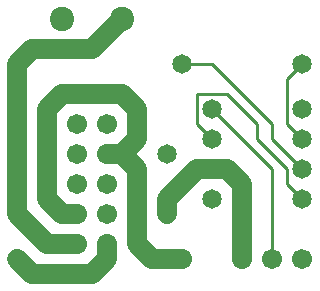
<source format=gtl>
%MOIN*%
%FSLAX25Y25*%
G04 D10 used for Character Trace; *
G04     Circle (OD=.01000) (No hole)*
G04 D11 used for Power Trace; *
G04     Circle (OD=.06500) (No hole)*
G04 D12 used for Signal Trace; *
G04     Circle (OD=.01100) (No hole)*
G04 D13 used for Via; *
G04     Circle (OD=.05800) (Round. Hole ID=.02800)*
G04 D14 used for Component hole; *
G04     Circle (OD=.06500) (Round. Hole ID=.03500)*
G04 D15 used for Component hole; *
G04     Circle (OD=.06700) (Round. Hole ID=.04300)*
G04 D16 used for Component hole; *
G04     Circle (OD=.08100) (Round. Hole ID=.05100)*
G04 D17 used for Component hole; *
G04     Circle (OD=.08900) (Round. Hole ID=.05900)*
G04 D18 used for Component hole; *
G04     Circle (OD=.11300) (Round. Hole ID=.08300)*
G04 D19 used for Component hole; *
G04     Circle (OD=.16000) (Round. Hole ID=.13000)*
G04 D20 used for Component hole; *
G04     Circle (OD=.18300) (Round. Hole ID=.15300)*
G04 D21 used for Component hole; *
G04     Circle (OD=.22291) (Round. Hole ID=.19291)*
%ADD10C,.01000*%
%ADD11C,.06500*%
%ADD12C,.01100*%
%ADD13C,.05800*%
%ADD14C,.06500*%
%ADD15C,.06700*%
%ADD16C,.08100*%
%ADD17C,.08900*%
%ADD18C,.11300*%
%ADD19C,.16000*%
%ADD20C,.18300*%
%ADD21C,.22291*%
%IPPOS*%
%LPD*%
G90*X0Y0D02*D13*X5000Y10000D03*D11*X10000Y5000D01*
X30000D01*X35000Y10000D01*Y15000D01*D15*D03*      
X25000Y25000D03*D11*X20000D01*X15000Y30000D01*    
Y60000D01*X20000Y65000D01*X40000D01*              
X45000Y60000D01*Y50000D01*X40000Y45000D01*        
X45000Y40000D01*Y15000D01*X50000Y10000D01*        
X60000D01*D15*D03*D14*X55000Y25000D03*D11*        
Y30000D01*X65000Y40000D01*X70000D01*D14*D03*D11*  
X75000D01*X80000Y35000D01*Y10000D01*D15*D03*      
X90000D03*D12*Y40000D01*X70000Y60000D01*D14*D03*  
D12*X85000Y55000D02*X75000Y65000D01*              
X85000Y50000D02*Y55000D01*X95000Y40000D02*        
X85000Y50000D01*X95000Y35000D02*Y40000D01*        
X100000Y30000D02*X95000Y35000D01*D14*             
X100000Y30000D03*Y40000D03*D12*X90000Y50000D01*   
Y55000D01*X70000Y75000D01*X60000D01*D14*D03*D12*  
X65000Y55000D02*Y65000D01*X70000Y50000D02*        
X65000Y55000D01*D14*X70000Y50000D03*D12*          
X65000Y65000D02*X75000D01*D14*X55000Y45000D03*D16*
X40000Y90000D03*D11*X30000Y80000D01*X10000D01*    
X5000Y75000D01*Y25000D01*X15000Y15000D01*         
X25000D01*D15*D03*X35000Y25000D03*Y35000D03*      
X25000D03*D11*X35000Y45000D02*X40000D01*D15*      
X35000D03*X25000Y55000D03*X35000D03*              
X25000Y45000D03*D14*X70000Y30000D03*D16*          
X20000Y90000D03*D12*X100000Y50000D02*             
X95000Y55000D01*D14*X100000Y50000D03*D12*         
X95000Y55000D02*Y70000D01*X100000Y75000D01*D14*   
D03*Y60000D03*D15*Y10000D03*M02*                  

</source>
